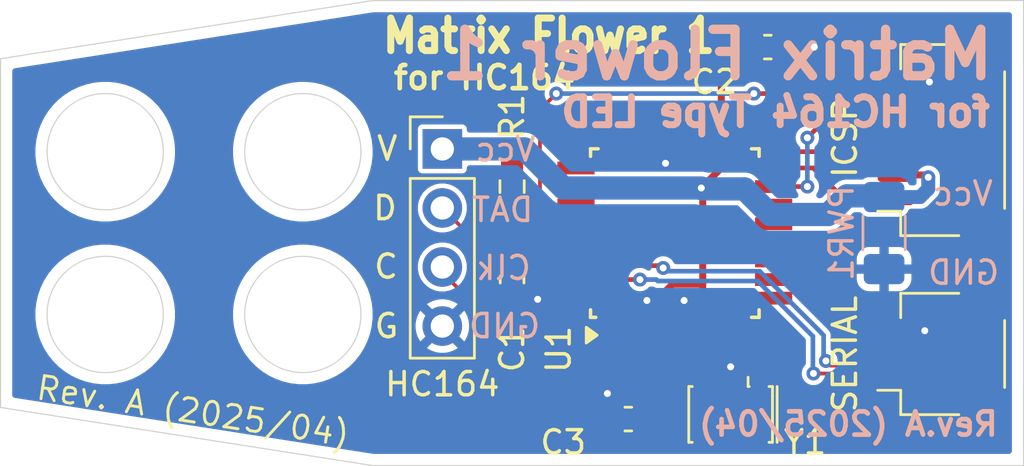
<source format=kicad_pcb>
(kicad_pcb (version 20241229) (generator "pcbnew") (generator_version "9.0")
  (layers (0 "F.Cu" signal) (2 "B.Cu" signal) (13 "F.Paste" user) (15 "B.Paste" user) (5 "F.SilkS" user "F.Silkscreen") (7 "B.SilkS" user "B.Silkscreen") (1 "F.Mask" user) (3 "B.Mask" user) (25 "Edge.Cuts" user))
  (net 0 "")
  (net 1 "GND")
  (net 2 "/~{RESET}")
  (net 3 "VCC")
  (net 5 "/DAT")
  (net 7 "/RX")
  (net 8 "/MOSI")
  (net 13 "Net-(U1-XTAL1{slash}PB6)")
  (net 14 "/CLK")
  (net 18 "/TX")
  (net 22 "/MISO")
  (net 25 "/SCK")
  (net 27 "Net-(U1-XTAL2{slash}PB7)")
  (footprint "Package_QFP:TQFP-32_7x7mm_P0.8mm" (layer "F.Cu") (at 119 60 90)
    (property "Reference" "U1" (at -5 -5 90) (layer "F.SilkS"))
    (property "Value" "ATmega328P-A")
    (fp_line (start 3.625 -3.625) (end 3.3 -3.625) (stroke (width 0.15)) (layer "F.SilkS"))
    (fp_line (start 3.625 -3.625) (end 3.625 -3.3) (stroke (width 0.15)) (layer "F.SilkS"))
    (fp_line (start -3.625 -3.625) (end -3.3 -3.625) (stroke (width 0.15)) (layer "F.SilkS"))
    (fp_line (start -3.625 -3.625) (end -3.625 -3.4) (stroke (width 0.15)) (layer "F.SilkS"))
    (fp_line (start 3.625 3.625) (end 3.625 3.3) (stroke (width 0.15)) (layer "F.SilkS"))
    (fp_line (start 3.625 3.625) (end 3.3 3.625) (stroke (width 0.15)) (layer "F.SilkS"))
    (fp_line (start -3.625 3.625) (end -3.625 3.3) (stroke (width 0.15)) (layer "F.SilkS"))
    (fp_line (start -3.625 3.625) (end -3.3 3.625) (stroke (width 0.15)) (layer "F.SilkS"))
    (fp_poly (pts (xy -4.39 -3.34) (xy -4.73 -3.81) (xy -4.05 -3.81) (xy -4.39 -3.34)) (stroke (width 0.12)) (fill yes) (layer "F.SilkS"))
    (pad "1" smd rect (at -4.25 -2.8 90) (size 1.6 0.55) (layers "F.Cu" "F.Mask" "F.Paste") (net 14 "/CLK"))
    (pad "2" smd rect (at -4.25 -2 90) (size 1.6 0.55) (layers "F.Cu" "F.Mask" "F.Paste"))
    (pad "3" smd rect (at -4.25 -1.2 90) (size 1.6 0.55) (layers "F.Cu" "F.Mask" "F.Paste") (net 1 "GND"))
    (pad "4" smd rect (at -4.25 -0.4 90) (size 1.6 0.55) (layers "F.Cu" "F.Mask" "F.Paste") (net 3 "VCC"))
    (pad "5" smd rect (at -4.25 0.4 90) (size 1.6 0.55) (layers "F.Cu" "F.Mask" "F.Paste") (net 1 "GND"))
    (pad "6" smd rect (at -4.25 1.2 90) (size 1.6 0.55) (layers "F.Cu" "F.Mask" "F.Paste") (net 3 "VCC"))
    (pad "7" smd rect (at -4.25 2 90) (size 1.6 0.55) (layers "F.Cu" "F.Mask" "F.Paste") (net 13 "Net-(U1-XTAL1{slash}PB6)"))
    (pad "8" smd rect (at -4.25 2.8 90) (size 1.6 0.55) (layers "F.Cu" "F.Mask" "F.Paste") (net 27 "Net-(U1-XTAL2{slash}PB7)"))
    (pad "9" smd rect (at -2.8 4.25 180) (size 1.6 0.55) (layers "F.Cu" "F.Mask" "F.Paste"))
    (pad "10" smd rect (at -2 4.25 180) (size 1.6 0.55) (layers "F.Cu" "F.Mask" "F.Paste"))
    (pad "11" smd rect (at -1.2 4.25 180) (size 1.6 0.55) (layers "F.Cu" "F.Mask" "F.Paste"))
    (pad "12" smd rect (at -0.4 4.25 180) (size 1.6 0.55) (layers "F.Cu" "F.Mask" "F.Paste"))
    (pad "13" smd rect (at 0.4 4.25 180) (size 1.6 0.55) (layers "F.Cu" "F.Mask" "F.Paste"))
    (pad "14" smd rect (at 1.2 4.25 180) (size 1.6 0.55) (layers "F.Cu" "F.Mask" "F.Paste"))
    (pad "15" smd rect (at 2 4.25 180) (size 1.6 0.55) (layers "F.Cu" "F.Mask" "F.Paste") (net 8 "/MOSI"))
    (pad "16" smd rect (at 2.8 4.25 180) (size 1.6 0.55) (layers "F.Cu" "F.Mask" "F.Paste") (net 22 "/MISO"))
    (pad "17" smd rect (at 4.25 2.8 90) (size 1.6 0.55) (layers "F.Cu" "F.Mask" "F.Paste") (net 25 "/SCK"))
    (pad "18" smd rect (at 4.25 2 90) (size 1.6 0.55) (layers "F.Cu" "F.Mask" "F.Paste") (net 3 "VCC"))
    (pad "19" smd rect (at 4.25 1.2 90) (size 1.6 0.55) (layers "F.Cu" "F.Mask" "F.Paste"))
    (pad "20" smd rect (at 4.25 0.4 90) (size 1.6 0.55) (layers "F.Cu" "F.Mask" "F.Paste"))
    (pad "21" smd rect (at 4.25 -0.4 90) (size 1.6 0.55) (layers "F.Cu" "F.Mask" "F.Paste") (net 1 "GND"))
    (pad "22" smd rect (at 4.25 -1.2 90) (size 1.6 0.55) (layers "F.Cu" "F.Mask" "F.Paste"))
    (pad "23" smd rect (at 4.25 -2 90) (size 1.6 0.55) (layers "F.Cu" "F.Mask" "F.Paste"))
    (pad "24" smd rect (at 4.25 -2.8 90) (size 1.6 0.55) (layers "F.Cu" "F.Mask" "F.Paste"))
    (pad "25" smd rect (at 2.8 -4.25 180) (size 1.6 0.55) (layers "F.Cu" "F.Mask" "F.Paste"))
    (pad "26" smd rect (at 2 -4.25 180) (size 1.6 0.55) (layers "F.Cu" "F.Mask" "F.Paste"))
    (pad "27" smd rect (at 1.2 -4.25 180) (size 1.6 0.55) (layers "F.Cu" "F.Mask" "F.Paste"))
    (pad "28" smd rect (at 0.4 -4.25 180) (size 1.6 0.55) (layers "F.Cu" "F.Mask" "F.Paste"))
    (pad "29" smd rect (at -0.4 -4.25 180) (size 1.6 0.55) (layers "F.Cu" "F.Mask" "F.Paste") (net 2 "/~{RESET}"))
    (pad "30" smd rect (at -1.2 -4.25 180) (size 1.6 0.55) (layers "F.Cu" "F.Mask" "F.Paste") (net 7 "/RX"))
    (pad "31" smd rect (at -2 -4.25 180) (size 1.6 0.55) (layers "F.Cu" "F.Mask" "F.Paste") (net 18 "/TX"))
    (pad "32" smd rect (at -2.8 -4.25 180) (size 1.6 0.55) (layers "F.Cu" "F.Mask" "F.Paste") (net 5 "/DAT"))
  )
  (footprint "Capacitor_SMD:C_0603_1608Metric_Pad1.08x0.95mm_HandSolder" (layer "F.Cu") (at 112 62 -90)
    (property "Reference" "C1" (at 3 0 90) (layer "F.SilkS"))
    (property "Value" "0.1uF")
    (fp_line (start -0.146267 0.51) (end 0.146267 0.51) (stroke (width 0.12)) (layer "F.SilkS"))
    (fp_line (start -0.146267 -0.51) (end 0.146267 -0.51) (stroke (width 0.12)) (layer "F.SilkS"))
    (pad "1" smd roundrect (at -0.8625 0 270) (size 1.075 0.95) (layers "F.Cu" "F.Mask" "F.Paste") (net 2 "/~{RESET}"))
    (pad "2" smd roundrect (at 0.8625 0 270) (size 1.075 0.95) (layers "F.Cu" "F.Mask" "F.Paste") (net 1 "GND"))
  )
  (footprint "Capacitor_SMD:C_0603_1608Metric_Pad1.08x0.95mm_HandSolder" (layer "F.Cu") (at 117 68 180)
    (property "Reference" "C3" (at 2.8 -1 0) (layer "F.SilkS"))
    (property "Value" "0.1uF")
    (fp_line (start -0.146267 0.51) (end 0.146267 0.51) (stroke (width 0.12)) (layer "F.SilkS"))
    (fp_line (start -0.146267 -0.51) (end 0.146267 -0.51) (stroke (width 0.12)) (layer "F.SilkS"))
    (pad "1" smd roundrect (at -0.8625 0 180) (size 1.075 0.95) (layers "F.Cu" "F.Mask" "F.Paste") (net 3 "VCC"))
    (pad "2" smd roundrect (at 0.8625 0 180) (size 1.075 0.95) (layers "F.Cu" "F.Mask" "F.Paste") (net 1 "GND"))
  )
  (footprint "Resistor_SMD:R_0603_1608Metric_Pad0.98x0.95mm_HandSolder" (layer "F.Cu") (at 112 58 -90)
    (property "Reference" "R1" (at -3 0 90) (layer "F.SilkS"))
    (property "Value" "10K")
    (fp_line (start -0.254724 0.5225) (end 0.254724 0.5225) (stroke (width 0.12)) (layer "F.SilkS"))
    (fp_line (start -0.254724 -0.5225) (end 0.254724 -0.5225) (stroke (width 0.12)) (layer "F.SilkS"))
    (pad "1" smd roundrect (at -0.9125 0 270) (size 0.975 0.95) (layers "F.Cu" "F.Mask" "F.Paste") (net 3 "VCC"))
    (pad "2" smd roundrect (at 0.9125 0 270) (size 0.975 0.95) (layers "F.Cu" "F.Mask" "F.Paste") (net 2 "/~{RESET}"))
  )
  (footprint "Connector_JST:JST_SH_SM06B-SRSS-TB_1x06-1MP_P1.00mm_Horizontal" (layer "F.Cu") (at 130.5 56 90)
    (property "Reference" "ICSP1" (hide yes))
    (property "Value" "JST-SH-SM06")
    (fp_line (start 4.11 -1.785) (end 3.06 -1.785) (stroke (width 0.12)) (layer "F.SilkS"))
    (fp_line (start -3.06 -1.785) (end -3.06 -2.775) (stroke (width 0.12)) (layer "F.SilkS"))
    (fp_line (start -4.11 -1.785) (end -3.06 -1.785) (stroke (width 0.12)) (layer "F.SilkS"))
    (fp_line (start 4.11 0.715) (end 4.11 -1.785) (stroke (width 0.12)) (layer "F.SilkS"))
    (fp_line (start -4.11 0.715) (end -4.11 -1.785) (stroke (width 0.12)) (layer "F.SilkS"))
    (fp_line (start -2.94 2.685) (end 2.94 2.685) (stroke (width 0.12)) (layer "F.SilkS"))
    (pad "1" smd roundrect (at -2.5 -2 90) (size 0.6 1.55) (layers "F.Cu" "F.Mask" "F.Paste") (net 22 "/MISO"))
    (pad "2" smd roundrect (at -1.5 -2 90) (size 0.6 1.55) (layers "F.Cu" "F.Mask" "F.Paste") (net 3 "VCC"))
    (pad "3" smd roundrect (at -0.5 -2 90) (size 0.6 1.55) (layers "F.Cu" "F.Mask" "F.Paste") (net 25 "/SCK"))
    (pad "4" smd roundrect (at 0.5 -2 90) (size 0.6 1.55) (layers "F.Cu" "F.Mask" "F.Paste") (net 8 "/MOSI"))
    (pad "5" smd roundrect (at 1.5 -2 90) (size 0.6 1.55) (layers "F.Cu" "F.Mask" "F.Paste") (net 2 "/~{RESET}"))
    (pad "6" smd roundrect (at 2.5 -2 90) (size 0.6 1.55) (layers "F.Cu" "F.Mask" "F.Paste") (net 1 "GND"))
    (pad "MP" smd roundrect (at -3.8 1.875 90) (size 1.2 1.8) (layers "F.Cu" "F.Mask" "F.Paste") (roundrect_rratio 0.208333))
    (pad "MP" smd roundrect (at 3.8 1.875 90) (size 1.2 1.8) (layers "F.Cu" "F.Mask" "F.Paste") (roundrect_rratio 0.208333))
  )
  (footprint "Connector_JST:JST_SH_SM03B-SRSS-TB_1x03-1MP_P1.00mm_Horizontal" (layer "F.Cu") (at 130.5 65.2 90)
    (property "Reference" "SERIAL1" (hide yes))
    (property "Value" "JST-SH-SM03")
    (fp_line (start 2.61 -1.785) (end 1.56 -1.785) (stroke (width 0.12)) (layer "F.SilkS"))
    (fp_line (start -1.56 -1.785) (end -1.56 -2.775) (stroke (width 0.12)) (layer "F.SilkS"))
    (fp_line (start -2.61 -1.785) (end -1.56 -1.785) (stroke (width 0.12)) (layer "F.SilkS"))
    (fp_line (start 2.61 0.715) (end 2.61 -1.785) (stroke (width 0.12)) (layer "F.SilkS"))
    (fp_line (start -2.61 0.715) (end -2.61 -1.785) (stroke (width 0.12)) (layer "F.SilkS"))
    (fp_line (start -1.44 2.685) (end 1.44 2.685) (stroke (width 0.12)) (layer "F.SilkS"))
    (pad "1" smd roundrect (at -1 -2 90) (size 0.6 1.55) (layers "F.Cu" "F.Mask" "F.Paste") (net 18 "/TX"))
    (pad "2" smd roundrect (at 0 -2 90) (size 0.6 1.55) (layers "F.Cu" "F.Mask" "F.Paste") (net 7 "/RX"))
    (pad "3" smd roundrect (at 1 -2 90) (size 0.6 1.55) (layers "F.Cu" "F.Mask" "F.Paste") (net 1 "GND"))
    (pad "MP" smd roundrect (at -2.3 1.875 90) (size 1.2 1.8) (layers "F.Cu" "F.Mask" "F.Paste") (roundrect_rratio 0.208333))
    (pad "MP" smd roundrect (at 2.3 1.875 90) (size 1.2 1.8) (layers "F.Cu" "F.Mask" "F.Paste") (roundrect_rratio 0.208333))
  )
  (footprint "Crystal:Resonator_SMD_Murata_CSTxExxV-3Pin_3.0x1.1mm_HandSoldering" (layer "F.Cu") (at 121.4 67.8 180)
    (property "Reference" "Y1" (at -3.2 -1.2 0) (layer "F.SilkS"))
    (property "Value" "Resonator_Small")
    (fp_line (start 1.8 1.2) (end 1.65 1.2) (stroke (width 0.12)) (layer "F.SilkS"))
    (fp_line (start 1.8 0.8) (end 1.8 1.2) (stroke (width 0.12)) (layer "F.SilkS"))
    (fp_line (start 1.8 -1.2) (end 1.8 0.8) (stroke (width 0.12)) (layer "F.SilkS"))
    (fp_line (start 1.8 -1.2) (end 1.65 -1.2) (stroke (width 0.12)) (layer "F.SilkS"))
    (fp_line (start -0.75 1.2) (end -0.75 1.6) (stroke (width 0.12)) (layer "F.SilkS"))
    (fp_line (start -0.75 1.2) (end -0.8 1.2) (stroke (width 0.12)) (layer "F.SilkS"))
    (fp_line (start -1.8 1.2) (end -1.65 1.2) (stroke (width 0.12)) (layer "F.SilkS"))
    (fp_line (start -1.8 0.8) (end -1.8 1.2) (stroke (width 0.12)) (layer "F.SilkS"))
    (fp_line (start -1.8 0.8) (end -1.8 -1.2) (stroke (width 0.12)) (layer "F.SilkS"))
    (fp_line (start -1.8 -1.2) (end -1.65 -1.2) (stroke (width 0.12)) (layer "F.SilkS"))
    (fp_line (start -2 0.8) (end -2 1.2) (stroke (width 0.12)) (layer "F.SilkS"))
    (fp_line (start -2 -1.2) (end -2 0.8) (stroke (width 0.12)) (layer "F.SilkS"))
    (pad "1" smd rect (at -1.2 0 180) (size 0.4 3.2) (layers "F.Cu" "F.Mask" "F.Paste") (net 27 "Net-(U1-XTAL2{slash}PB7)"))
    (pad "2" smd rect (at 0 0 180) (size 0.4 3.2) (layers "F.Cu" "F.Mask" "F.Paste") (net 1 "GND"))
    (pad "3" smd rect (at 1.2 0 180) (size 0.4 3.2) (layers "F.Cu" "F.Mask" "F.Paste") (net 13 "Net-(U1-XTAL1{slash}PB6)"))
  )
  (footprint "Connector_PinHeader_2.54mm:PinHeader_1x04_P2.54mm_Vertical" (layer "F.Cu") (at 109 56.38)
    (property "Reference" "HC164" (at 0 10.12 0) (layer "F.SilkS"))
    (property "Value" "Conn_01x04_Pin")
    (fp_line (start -1.38 -1.38) (end 0 -1.38) (stroke (width 0.12)) (layer "F.SilkS"))
    (fp_line (start -1.38 0) (end -1.38 -1.38) (stroke (width 0.12)) (layer "F.SilkS"))
    (fp_line (start -1.38 1.27) (end -1.38 9) (stroke (width 0.12)) (layer "F.SilkS"))
    (fp_line (start -1.38 1.27) (end 1.38 1.27) (stroke (width 0.12)) (layer "F.SilkS"))
    (fp_line (start -1.38 9) (end 1.38 9) (stroke (width 0.12)) (layer "F.SilkS"))
    (fp_line (start 1.38 1.27) (end 1.38 9) (stroke (width 0.12)) (layer "F.SilkS"))
    (pad "1" thru_hole rect (at 0 0) (size 1.7 1.7) (drill 1) (layers "*.Cu" "*.Mask") (net 3 "VCC"))
    (pad "2" thru_hole circle (at 0 2.54) (size 1.7 1.7) (drill 1) (layers "*.Cu" "*.Mask") (net 5 "/DAT"))
    (pad "3" thru_hole circle (at 0 5.08) (size 1.7 1.7) (drill 1) (layers "*.Cu" "*.Mask") (net 14 "/CLK"))
    (pad "4" thru_hole circle (at 0 7.62) (size 1.7 1.7) (drill 1) (layers "*.Cu" "*.Mask") (net 1 "GND"))
  )
  (footprint "Capacitor_SMD:C_0603_1608Metric_Pad1.08x0.95mm_HandSolder" (layer "F.Cu") (at 123 52)
    (property "Reference" "C2" (at -2.3 1.5 0) (layer "F.SilkS"))
    (property "Value" "0.1uF")
    (fp_line (start -0.146267 -0.51) (end 0.146267 -0.51) (stroke (width 0.12)) (layer "F.SilkS"))
    (fp_line (start -0.146267 0.51) (end 0.146267 0.51) (stroke (width 0.12)) (layer "F.SilkS"))
    (pad "1" smd roundrect (at -0.8625 0) (size 1.075 0.95) (layers "F.Cu" "F.Mask" "F.Paste") (net 3 "VCC"))
    (pad "2" smd roundrect (at 0.8625 0) (size 1.075 0.95) (layers "F.Cu" "F.Mask" "F.Paste") (net 1 "GND"))
  )
  (footprint "Resistor_SMD:R_1206_3216Metric_Pad1.30x1.75mm_HandSolder" (layer "B.Cu") (at 128 60 -90)
    (property "Reference" "PWR1" (at 0 1.83 90) (layer "B.SilkS") (effects (justify mirror)))
    (property "Value" "Pads")
    (fp_line (start -0.727064 0.91) (end 0.727064 0.91) (stroke (width 0.12)) (layer "B.SilkS"))
    (fp_line (start -0.727064 -0.91) (end 0.727064 -0.91) (stroke (width 0.12)) (layer "B.SilkS"))
    (pad "1" smd roundrect (at -1.55 0 270) (size 1.3 1.75) (layers "B.Cu" "B.Mask" "B.Paste") (roundrect_rratio 0.192308) (net 3 "VCC"))
    (pad "2" smd roundrect (at 1.55 0 270) (size 1.3 1.75) (layers "B.Cu" "B.Mask" "B.Paste") (roundrect_rratio 0.192308) (net 1 "GND"))
  )
  (gr_circle (center 94.5 56.5) (end 94.5 54) (stroke (width 0.05)) (fill no) (layer "Edge.Cuts"))
  (gr_line (start 106 50) (end 90 52.5) (stroke (width 0.05)) (layer "Edge.Cuts"))
  (gr_circle (center 94.5 63.5) (end 94.5 61) (stroke (width 0.05)) (fill no) (layer "Edge.Cuts"))
  (gr_line (start 106 50) (end 134 50) (stroke (width 0.05)) (layer "Edge.Cuts"))
  (gr_circle (center 103 56.5) (end 105.5 56.5) (stroke (width 0.05)) (fill no) (layer "Edge.Cuts"))
  (gr_line (start 134 70) (end 106 70) (stroke (width 0.05)) (layer "Edge.Cuts"))
  (gr_circle (center 103 63.5) (end 103 61) (stroke (width 0.05)) (fill no) (layer "Edge.Cuts"))
  (gr_line (start 90 67.5) (end 106 70) (stroke (width 0.05)) (layer "Edge.Cuts"))
  (gr_line (start 90 52.5) (end 90 67.5) (stroke (width 0.05)) (layer "Edge.Cuts"))
  (gr_line (start 134 50) (end 134 70) (stroke (width 0.05)) (layer "Edge.Cuts"))
  (gr_text "SERIAL" (at 126.9 65.2 90) (layer "F.SilkS") (effects (font (size 1 1)) (justify bottom)))
  (gr_text "ICSP" (at 126.9 55.9 90) (layer "F.SilkS") (effects (font (size 1 1)) (justify bottom)))
  (gr_text "Matrix Flower 1" (at 106.3 50.7 0) (layer "F.SilkS") (effects (font (size 1.4 1.2) (thickness 0.3) (bold yes)) (justify left top)))
  (gr_text "V" (at 106.103181 56.364638 0) (layer "F.SilkS") (effects (font (size 1 1)) (justify left)))
  (gr_text "for HC164" (at 106.8 53.9 0) (layer "F.SilkS") (effects (font (size 1 1) (thickness 0.2) (bold yes)) (justify left bottom)))
  (gr_text "Rev. A (2025/04)" (at 91.4 67.2 351.301) (layer "F.SilkS") (effects (font (size 1 1) (thickness 0.127)) (justify left bottom)))
  (gr_text "C" (at 105.979364 61.441122 0) (layer "F.SilkS") (effects (font (size 1 1)) (justify left)))
  (gr_text "G" (at 106 64 0) (layer "F.SilkS") (effects (font (size 1 1)) (justify left)))
  (gr_text "D" (at 105.938092 58.923516 0) (layer "F.SilkS") (effects (font (size 1 1)) (justify left)))
  (gr_text "Clk" (at 112.9 61.5 0) (layer "B.SilkS") (effects (font (size 1 1)) (justify left mirror)))
  (gr_text "DAT" (at 113 59 0) (layer "B.SilkS") (effects (font (size 1 1)) (justify left mirror)))
  (gr_text "Matrix Flower 1" (at 132.9 53.5 0) (layer "B.SilkS") (effects (font (size 2 2) (thickness 0.4) (bold yes)) (justify left bottom mirror)))
  (gr_text "Vcc" (at 113.1 56.4 0) (layer "B.SilkS") (effects (font (size 1 1)) (justify left mirror)))
  (gr_text "for HC164 Type LED" (at 132.7 55.5 0) (layer "B.SilkS") (effects (font (size 1.2 1.2) (thickness 0.3) (bold yes)) (justify left bottom mirror)))
  (gr_text "GND" (at 113.3 64 0) (layer "B.SilkS") (effects (font (size 1 1)) (justify left mirror)))
  (gr_text "GND" (at 129.8 61.7 0) (layer "B.SilkS") (effects (font (size 1 1)) (justify right mirror)))
  (gr_text "Vcc" (at 130 58.3 0) (layer "B.SilkS") (effects (font (size 1 1)) (justify right mirror)))
  (gr_text "Rev.A (2025/04)" (at 133 68.8 0) (layer "B.SilkS") (effects (font (size 1 1) (thickness 0.2) (bold yes)) (justify left bottom mirror)))
  (segment (start 118.6 55.75) (end 118.6 57) (width 0.3) (layer "F.Cu") (net 1))
  (segment (start 121.4 67.8) (end 121.4 65.75) (width 0.3) (layer "F.Cu") (net 1))
  (segment (start 117.8 62.9) (end 117.8 64.25) (width 0.3) (layer "F.Cu") (net 1))
  (segment (start 128.5 64.2) (end 129.75 64.2) (width 0.3) (layer "F.Cu") (net 1))
  (segment (start 116.1375 68) (end 116.1375 66.9375) (width 0.3) (layer "F.Cu") (net 1))
  (segment (start 128.5 53.5) (end 129.95 53.5) (width 0.3) (layer "F.Cu") (net 1))
  (segment (start 123.8625 52) (end 125 52) (width 0.3) (layer "F.Cu") (net 1))
  (segment (start 116.1375 66.9375) (end 116.1 66.9) (width 0.3) (layer "F.Cu") (net 1))
  (segment (start 112 62.8625) (end 113.0875 62.8625) (width 0.3) (layer "F.Cu") (net 1))
  (segment (start 119.4 62.9) (end 119.4 64.25) (width 0.3) (layer "F.Cu") (net 1))
  (segment (start 113.0875 62.8625) (end 113.1 62.85) (width 0.3) (layer "F.Cu") (net 1))
  (via (at 118.6 57) (size 0.6) (drill 0.3) (layers "F.Cu" "B.Cu") (net 1))
  (via (at 113.1 62.85) (size 0.6) (drill 0.3) (layers "F.Cu" "B.Cu") (net 1))
  (via (at 117.8 62.9) (size 0.6) (drill 0.3) (layers "F.Cu" "B.Cu") (net 1))
  (via (at 129.95 53.5) (size 0.6) (drill 0.3) (layers "F.Cu" "B.Cu") (net 1))
  (via (at 119.4 62.9) (size 0.6) (drill 0.3) (layers "F.Cu" "B.Cu") (net 1))
  (via (at 129.75 64.2) (size 0.6) (drill 0.3) (layers "F.Cu" "B.Cu") (net 1))
  (via (at 125 52) (size 0.6) (drill 0.3) (layers "F.Cu" "B.Cu") (net 1))
  (via (at 116.1 66.9) (size 0.6) (drill 0.3) (layers "F.Cu" "B.Cu") (net 1))
  (via (at 121.4 65.75) (size 0.6) (drill 0.3) (layers "F.Cu" "B.Cu") (net 1))
  (segment (start 124.4 54.5) (end 128.5 54.5) (width 0.2) (layer "F.Cu") (net 2))
  (segment (start 112 61.1375) (end 112 58.9125) (width 0.16) (layer "F.Cu") (net 2))
  (segment (start 113.2 54.7) (end 113.9 54) (width 0.16) (layer "F.Cu") (net 2))
  (segment (start 113.45 60.4) (end 112.7125 61.1375) (width 0.16) (layer "F.Cu") (net 2))
  (segment (start 112.7125 61.1375) (end 112 61.1375) (width 0.16) (layer "F.Cu") (net 2))
  (segment (start 114.75 60.4) (end 113.45 60.4) (width 0.16) (layer "F.Cu") (net 2))
  (segment (start 112 58.9125) (end 112.7375 58.9125) (width 0.16) (layer "F.Cu") (net 2))
  (segment (start 122.4 54) (end 123.9 54) (width 0.2) (layer "F.Cu") (net 2))
  (segment (start 113.2 58.45) (end 113.2 54.7) (width 0.16) (layer "F.Cu") (net 2))
  (segment (start 123.9 54) (end 124.4 54.5) (width 0.2) (layer "F.Cu") (net 2))
  (segment (start 112.7375 58.9125) (end 113.2 58.45) (width 0.16) (layer "F.Cu") (net 2))
  (via (at 113.9 54) (size 0.6) (drill 0.3) (layers "F.Cu" "B.Cu") (net 2))
  (via (at 122.4 54) (size 0.6) (drill 0.3) (layers "F.Cu" "B.Cu") (net 2))
  (segment (start 122.4 54) (end 113.9 54) (width 0.2) (layer "B.Cu") (net 2))
  (segment (start 129.8 57.5) (end 128.5 57.5) (width 0.3) (layer "F.Cu") (net 3))
  (segment (start 118.9 62.2) (end 120.2 62.2) (width 0.3) (layer "F.Cu") (net 3))
  (segment (start 118.6 62.5) (end 118.9 62.2) (width 0.3) (layer "F.Cu") (net 3))
  (segment (start 112 57.0875) (end 111.9875 57.0875) (width 0.3) (layer "F.Cu") (net 3))
  (segment (start 121 55.75) (end 121 53.1375) (width 0.3) (layer "F.Cu") (net 3))
  (segment (start 120.2 58.122) (end 120.2 62.2) (width 0.3) (layer "F.Cu") (net 3))
  (segment (start 111.9875 57.0875) (end 111.3 56.4) (width 0.3) (layer "F.Cu") (net 3))
  (segment (start 120.139 58.061) (end 121 57.2) (width 0.3) (layer "F.Cu") (net 3))
  (segment (start 121 53.1375) (end 122.1375 52) (width 0.3) (layer "F.Cu") (net 3))
  (segment (start 120.2 62.2) (end 120.2 64.25) (width 0.3) (layer "F.Cu") (net 3))
  (segment (start 129.9 57.6) (end 129.8 57.5) (width 0.3) (layer "F.Cu") (net 3))
  (segment (start 111.3 56.4) (end 109.02 56.4) (width 0.3) (layer "F.Cu") (net 3))
  (segment (start 118.6 66.9) (end 117.8625 67.6375) (width 0.3) (layer "F.Cu") (net 3))
  (segment (start 117.8625 67.6375) (end 117.8625 68) (width 0.3) (layer "F.Cu") (net 3))
  (segment (start 118.6 64.25) (end 118.6 66.9) (width 0.3) (layer "F.Cu") (net 3))
  (segment (start 109.02 56.4) (end 109 56.38) (width 0.3) (layer "F.Cu") (net 3))
  (segment (start 121 57.2) (end 121 55.75) (width 0.3) (layer "F.Cu") (net 3))
  (segment (start 118.6 64.25) (end 118.6 62.5) (width 0.3) (layer "F.Cu") (net 3))
  (segment (start 120.139 58.061) (end 120.2 58.122) (width 0.3) (layer "F.Cu") (net 3))
  (via (at 129.9 57.6) (size 0.6) (drill 0.3) (layers "F.Cu" "B.Cu") (net 3))
  (via (at 120.139 58.061) (size 0.6) (drill 0.3) (layers "F.Cu" "B.Cu") (net 3))
  (segment (start 114.211 58.061) (end 112.53 56.38) (width 1) (layer "B.Cu") (net 3))
  (segment (start 120.139 58.061) (end 120.178 58.1) (width 0.6) (layer "B.Cu") (net 3))
  (segment (start 129.55 58.45) (end 129.9 58.1) (width 0.6) (layer "B.Cu") (net 3))
  (segment (start 122 58.1) (end 123.1 59.2) (width 1) (layer "B.Cu") (net 3))
  (segment (start 127.95 58.4) (end 128 58.45) (width 0.6) (layer "B.Cu") (net 3))
  (segment (start 123.1 59.2) (end 125.6 59.2) (width 1) (layer "B.Cu") (net 3))
  (segment (start 126.4 58.4) (end 127.95 58.4) (width 1) (layer "B.Cu") (net 3))
  (segment (start 112.53 56.38) (end 109 56.38) (width 1) (layer "B.Cu") (net 3))
  (segment (start 120.178 58.1) (end 122 58.1) (width 1) (layer "B.Cu") (net 3))
  (segment (start 128 58.45) (end 129.55 58.45) (width 0.6) (layer "B.Cu") (net 3))
  (segment (start 129.9 58.1) (end 129.9 57.6) (width 0.6) (layer "B.Cu") (net 3))
  (segment (start 120.139 58.061) (end 114.211 58.061) (width 1) (layer "B.Cu") (net 3))
  (segment (start 125.6 59.2) (end 126.4 58.4) (width 1) (layer "B.Cu") (net 3))
  (segment (start 114.75 62.8) (end 114.75 63.45) (width 0.16) (layer "F.Cu") (net 5))
  (segment (start 110.9 60.82) (end 109 58.92) (width 0.16) (layer "F.Cu") (net 5))
  (segment (start 110.9 63.1) (end 110.9 60.82) (width 0.16) (layer "F.Cu") (net 5))
  (segment (start 111.5 63.7) (end 110.9 63.1) (width 0.16) (layer "F.Cu") (net 5))
  (segment (start 114.75 63.45) (end 114.5 63.7) (width 0.16) (layer "F.Cu") (net 5))
  (segment (start 114.5 63.7) (end 111.5 63.7) (width 0.16) (layer "F.Cu") (net 5))
  (segment (start 127.6 65.2) (end 127.1 65.7) (width 0.16) (layer "F.Cu") (net 7))
  (segment (start 116.1 61.4) (end 118.4 61.4) (width 0.2) (layer "F.Cu") (net 7))
  (segment (start 128.5 65.2) (end 127.6 65.2) (width 0.16) (layer "F.Cu") (net 7))
  (segment (start 125.7 65.7) (end 125.5 65.5) (width 0.16) (layer "F.Cu") (net 7))
  (segment (start 115.9 61.2) (end 116.1 61.4) (width 0.2) (layer "F.Cu") (net 7))
  (segment (start 127.1 65.7) (end 125.7 65.7) (width 0.16) (layer "F.Cu") (net 7))
  (segment (start 114.75 61.2) (end 115.9 61.2) (width 0.2) (layer "F.Cu") (net 7))
  (segment (start 118.4 61.4) (end 118.5 61.5) (width 0.2) (layer "F.Cu") (net 7))
  (via (at 118.5 61.5) (size 0.6) (drill 0.3) (layers "F.Cu" "B.Cu") (net 7))
  (via (at 125.5 65.5) (size 0.6) (drill 0.3) (layers "F.Cu" "B.Cu") (net 7))
  (segment (start 122.649532 61.639) (end 125.3 64.289469) (width 0.2) (layer "B.Cu") (net 7))
  (segment (start 125.4 65.4) (end 125.5 65.5) (width 0.2) (layer "B.Cu") (net 7))
  (segment (start 125.3 64.289469) (end 125.3 64.3) (width 0.2) (layer "B.Cu") (net 7))
  (segment (start 118.5 61.5) (end 118.639 61.639) (width 0.2) (layer "B.Cu") (net 7))
  (segment (start 125.3 64.3) (end 125.4 64.4) (width 0.2) (layer "B.Cu") (net 7))
  (segment (start 118.639 61.639) (end 122.649532 61.639) (width 0.2) (layer "B.Cu") (net 7))
  (segment (start 125.4 64.4) (end 125.4 65.4) (width 0.2) (layer "B.Cu") (net 7))
  (segment (start 124.7 55.9) (end 125.1 55.5) (width 0.2) (layer "F.Cu") (net 8))
  (segment (start 124.7 58) (end 123.25 58) (width 0.2) (layer "F.Cu") (net 8))
  (segment (start 125.1 55.5) (end 128.5 55.5) (width 0.2) (layer "F.Cu") (net 8))
  (via (at 124.7 58) (size 0.6) (drill 0.3) (layers "F.Cu" "B.Cu") (net 8))
  (via (at 124.7 55.9) (size 0.6) (drill 0.3) (layers "F.Cu" "B.Cu") (net 8))
  (segment (start 124.7 55.9) (end 124.7 58) (width 0.2) (layer "B.Cu") (net 8))
  (segment (start 121 65.2) (end 121 64.25) (width 0.2) (layer "F.Cu") (net 13))
  (segment (start 120.2 66) (end 121 65.2) (width 0.2) (layer "F.Cu") (net 13))
  (segment (start 120.2 68) (end 120.2 66) (width 0.2) (layer "F.Cu") (net 13))
  (segment (start 114.65 64.25) (end 116.2 64.25) (width 0.16) (layer "F.Cu") (net 14))
  (segment (start 109 61.46) (end 109 61.7) (width 0.16) (layer "F.Cu") (net 14))
  (segment (start 109 61.7) (end 111.4 64.1) (width 0.16) (layer "F.Cu") (net 14))
  (segment (start 111.4 64.1) (end 114.5 64.1) (width 0.16) (layer "F.Cu") (net 14))
  (segment (start 114.5 64.1) (end 114.65 64.25) (width 0.16) (layer "F.Cu") (net 14))
  (segment (start 124.962597 66.037403) (end 125.272313 66.037403) (width 0.16) (layer "F.Cu") (net 18))
  (segment (start 125.727687 66.037403) (end 127.237403 66.037403) (width 0.16) (layer "F.Cu") (net 18))
  (segment (start 127.4 66.2) (end 128.5 66.2) (width 0.16) (layer "F.Cu") (net 18))
  (segment (start 127.237403 66.037403) (end 127.4 66.2) (width 0.16) (layer "F.Cu") (net 18))
  (segment (start 125.27591 66.041) (end 125.72409 66.041) (width 0.16) (layer "F.Cu") (net 18))
  (segment (start 125.72409 66.041) (end 125.727687 66.037403) (width 0.16) (layer "F.Cu") (net 18))
  (segment (start 125.272313 66.037403) (end 125.27591 66.041) (width 0.16) (layer "F.Cu") (net 18))
  (segment (start 114.75 62) (end 117.5 62) (width 0.2) (layer "F.Cu") (net 18))
  (via (at 117.5 62) (size 0.6) (drill 0.3) (layers "F.Cu" "B.Cu") (net 18))
  (via (at 124.962597 66.037403) (size 0.6) (drill 0.3) (layers "F.Cu" "B.Cu") (net 18))
  (segment (start 124.939 64.439) (end 122.561 62.061) (width 0.2) (layer "B.Cu") (net 18))
  (segment (start 124.962597 65.862597) (end 124.939 65.839) (width 0.2) (layer "B.Cu") (net 18))
  (segment (start 124.962597 66.037403) (end 124.962597 65.862597) (width 0.2) (layer "B.Cu") (net 18))
  (segment (start 122.561 62.061) (end 118.267626 62.061) (width 0.2) (layer "B.Cu") (net 18))
  (segment (start 118.206626 62) (end 117.5 62) (width 0.2) (layer "B.Cu") (net 18))
  (segment (start 118.267626 62.061) (end 118.206626 62) (width 0.2) (layer "B.Cu") (net 18))
  (segment (start 124.939 65.839) (end 124.939 64.439) (width 0.2) (layer "B.Cu") (net 18))
  (segment (start 124.95 57.2) (end 123.25 57.2) (width 0.2) (layer "F.Cu") (net 22))
  (segment (start 126.25 58.5) (end 124.95 57.2) (width 0.2) (layer "F.Cu") (net 22))
  (segment (start 128.5 58.5) (end 126.25 58.5) (width 0.2) (layer "F.Cu") (net 22))
  (segment (start 128.5 56.5) (end 123.4 56.5) (width 0.2) (layer "F.Cu") (net 25))
  (segment (start 122.65 55.75) (end 121.8 55.75) (width 0.2) (layer "F.Cu") (net 25))
  (segment (start 123.4 56.5) (end 122.65 55.75) (width 0.2) (layer "F.Cu") (net 25))
  (segment (start 122.6 66) (end 122.6 68) (width 0.2) (layer "F.Cu") (net 27))
  (segment (start 121.8 65.2) (end 122.6 66) (width 0.2) (layer "F.Cu") (net 27))
  (segment (start 121.8 64.25) (end 121.8 65.2) (width 0.2) (layer "F.Cu") (net 27))
  (zone (net 1) (net_name "GND") (layer "B.Cu") (priority 4) (connect_pads (clearance 0.2)) (min_thickness 0.25) (fill yes (thermal_gap 0.3) (thermal_bridge_width 0.4))
    (polygon (pts (xy 90 50) (xy 134 50) (xy 134 70) (xy 90 70)))
  )
)
</source>
